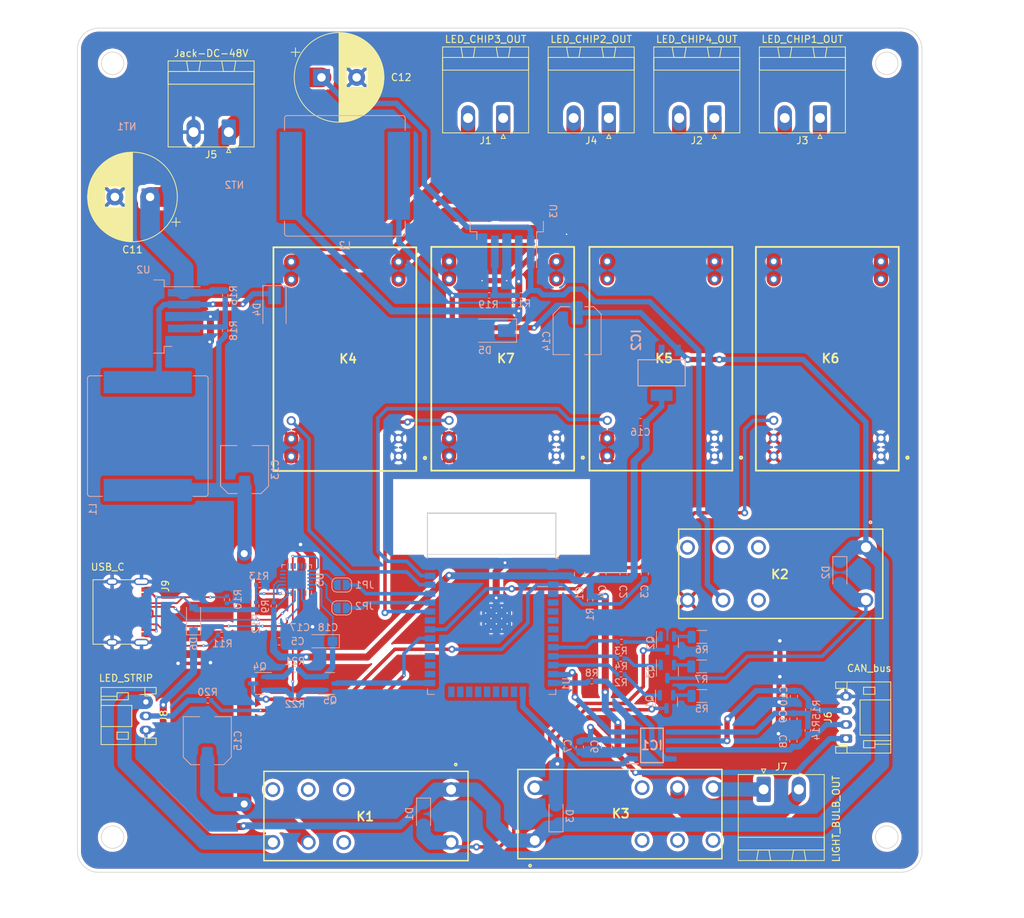
<source format=kicad_pcb>
(kicad_pcb (version 20211014) (generator pcbnew)
  (layers (0 "F.Cu" signal) (31 "B.Cu" power) (34 "B.Paste" user) (35 "F.Paste" user) (36 "B.SilkS" user "B.Silkscreen") (37 "F.SilkS" user "F.Silkscreen") (38 "B.Mask" user) (39 "F.Mask" user) (44 "Edge.Cuts" user))
  (net 0 "")
  (net 1 "+3.3V")
  (net 2 "GND")
  (net 3 "RST")
  (net 4 "CAN_HIGH")
  (net 5 "CAN_SPLIT")
  (net 6 "CAN_LOW")
  (net 7 "REL2_IN")
  (net 8 "GND1")
  (net 9 "GND2")
  (net 10 "REL1_IN")
  (net 11 "REL1_+")
  (net 12 "DTR")
  (net 13 "REL1_-")
  (net 14 "REL2_-")
  (net 15 "REL3_-")
  (net 16 "Net-(D4-Pad1)")
  (net 17 "Net-(D5-Pad1)")
  (net 18 "V_USB")
  (net 19 "CAN_TX")
  (net 20 "CAN_RX")
  (net 21 "CAN_STANDBY")
  (net 23 "Net-(J1-Pad1)")
  (net 24 "Net-(J1-Pad2)")
  (net 25 "Net-(J2-Pad1)")
  (net 26 "Net-(J2-Pad2)")
  (net 27 "Net-(J3-Pad1)")
  (net 28 "Net-(J3-Pad2)")
  (net 29 "Net-(J4-Pad1)")
  (net 30 "Net-(J4-Pad2)")
  (net 31 "REL3_IN")
  (net 32 "REL3_OUT")
  (net 33 "REL1_OUT")
  (net 34 "Net-(J8-Pad2)")
  (net 35 "Net-(J9-PadA5)")
  (net 36 "DP")
  (net 37 "DN")
  (net 39 "Net-(J9-PadB5)")
  (net 41 "Net-(JP1-Pad1)")
  (net 42 "TXD")
  (net 43 "Net-(JP2-Pad1)")
  (net 44 "RXD")
  (net 52 "REL2_OUT")
  (net 58 "LED_CHIP3_PWM")
  (net 59 "LED_CHIP4_PWM")
  (net 60 "LED_CHIP1_PWM")
  (net 61 "LED_CHIP2_PWM")
  (net 62 "Net-(Q1-Pad1)")
  (net 63 "Net-(Q1-Pad2)")
  (net 64 "Net-(Q2-Pad1)")
  (net 65 "Net-(Q2-Pad2)")
  (net 66 "Net-(Q3-Pad1)")
  (net 67 "Net-(Q3-Pad2)")
  (net 68 "Net-(Q4-Pad1)")
  (net 69 "RTS")
  (net 70 "Net-(Q5-Pad1)")
  (net 71 "BOOT")
  (net 72 "ESP_REL_CONTROL_3")
  (net 73 "ESP_REL_CONTROL_1")
  (net 74 "ESP_REL_CONTROL_2")
  (net 75 "Net-(R8-Pad2)")
  (net 76 "Net-(R9-Pad2)")
  (net 77 "Net-(R12-Pad2)")
  (net 78 "Net-(R16-Pad1)")
  (net 79 "Net-(R17-Pad1)")
  (net 80 "LED_STRIP_CONT")
  (footprint "Connector_Phoenix_MSTB:PhoenixContact_MSTBA_2,5_2-G_1x02_P5.00mm_Horizontal" (layer "F.Cu") (at 92.5 44.7775 180)
    (fp_text reference "J5")
    (fp_text value "Jack-DC-48V")
  )
  (footprint "SamacSys_Parts:RZ03_1-FORM-C_" (layer "F.Cu") (at 126.5 142 180)
    (fp_text reference "K1")
    (fp_text value "RZ03-1C4-D005" hide)
  )
  (footprint "Connector_JST:JST_PH_S4B-PH-K_1x04_P2.00mm_Horizontal" (layer "F.Cu") (at 180.198435 131 90)
    (fp_text reference "J6")
    (fp_text value "CAN_bus")
  )
  (footprint "SamacSys_Parts:RZ03_1-FORM-C_" (layer "F.Cu") (at 185.425 107.5675 180)
    (fp_text reference "K2")
    (fp_text value "RZ03-1C4-D005" hide)
  )
  (footprint "SamacSys_Parts:LDD-700H" (layer "F.Cu") (at 153.9 77 180)
    (fp_text reference "K5")
    (fp_text value "LDD-700H" hide)
  )
  (footprint "Capacitor_THT:CP_Radial_D12.5mm_P5.00mm" (layer "F.Cu") (at 105.676041 37)
    (fp_text reference "C12")
    (fp_text value "470u 36+V lowESR")
  )
  (footprint "Connector_Phoenix_MSTB:PhoenixContact_MSTBA_2,5_2-G_1x02_P5.00mm_Horizontal" (layer "F.Cu") (at 131.5 42.7775 180)
    (fp_text reference "J1")
    (fp_text value "LED_CHIP3_OUT")
  )
  (footprint "Connector_Phoenix_MSTB:PhoenixContact_MSTBA_2,5_2-G_1x02_P5.00mm_Horizontal" (layer "F.Cu") (at 168.5 138.2225)
    (fp_text reference "J7")
    (fp_text value "LIGHT_BULB_OUT")
  )
  (footprint "SamacSys_Parts:LDD-700H" (layer "F.Cu") (at 131.425 77 180)
    (fp_text reference "K7")
    (fp_text value "LDD-700H" hide)
  )
  (footprint "SamacSys_Parts:LDD-700H" (layer "F.Cu") (at 109 77.05 180)
    (fp_text reference "K4")
    (fp_text value "LDD-700H" hide)
  )
  (footprint "Connector_Phoenix_MSTB:PhoenixContact_MSTBA_2,5_2-G_1x02_P5.00mm_Horizontal" (layer "F.Cu") (at 146.5 42.7775 180)
    (fp_text reference "J4")
    (fp_text value "LED_CHIP2_OUT")
  )
  (footprint "Capacitor_THT:CP_Radial_D12.5mm_P5.00mm" (layer "F.Cu") (at 81.323959 54 180)
    (fp_text reference "C11")
    (fp_text value "470u 36+V lowESR")
  )
  (footprint "Connector_Phoenix_MSTB:PhoenixContact_MSTBA_2,5_2-G_1x02_P5.00mm_Horizontal" (layer "F.Cu") (at 161.5 42.7775 180)
    (fp_text reference "J2")
    (fp_text value "LED_CHIP4_OUT")
  )
  (footprint "SamacSys_Parts:LDD-700H" (layer "F.Cu") (at 177.55 77 180)
    (fp_text reference "K6")
    (fp_text value "LDD-700H" hide)
  )
  (footprint "Connector_Phoenix_MSTB:PhoenixContact_MSTBA_2,5_2-G_1x02_P5.00mm_Horizontal" (layer "F.Cu") (at 176.5 42.7775 180)
    (fp_text reference "J3")
    (fp_text value "LED_CHIP1_OUT")
  )
  (footprint "Connector_JST:JST_PH_S3B-PH-K_1x03_P2.00mm_Horizontal" (layer "F.Cu") (at 80.726565 125.785 -90)
    (fp_text reference "J8")
    (fp_text value "LED_STRIP")
  )
  (footprint "Connector_USB:USB_C_Receptacle_XKB_U262-16XN-4BVC11" (layer "F.Cu") (at 77 113 -90)
    (fp_text reference "J9")
    (fp_text value "USB_C")
  )
  (footprint "SamacSys_Parts:RZ03_1-FORM-C_" (layer "F.Cu") (at 133.575 141.7325)
    (fp_text reference "K3")
    (fp_text value "RZ03-1C4-D005" hide)
  )
  (footprint "Resistor_SMD:R_0402_1005Metric" (layer "B.Cu") (at 89.501565 125.56 180)
    (fp_text reference "R20")
    (fp_text value "330R")
  )
  (footprint "Jumper:SolderJumper-2_P1.3mm_Open_RoundedPad1.0x1.5mm" (layer "B.Cu") (at 108.551565 109.16 180)
    (fp_text reference "JP1")
    (fp_text value "Jumper_open")
  )
  (footprint "Resistor_SMD:R_1206_3216Metric" (layer "B.Cu") (at 159.723435 124.94)
    (fp_text reference "R5")
    (fp_text value "9.1R")
  )
  (footprint "Capacitor_SMD:C_Elec_6.3x5.8" (layer "B.Cu") (at 142 73 -90)
    (fp_text reference "C14")
    (fp_text value "100u")
  )
  (footprint "Diode_SMD:D_SOD-123" (layer "B.Cu") (at 139 142 90)
    (fp_text reference "D3")
    (fp_text value "1N4148W")
  )
  (footprint "NetTie:NetTie-2_SMD_Pad2.0mm" (layer "B.Cu") (at 78 42)
    (fp_text reference "NT1")
    (fp_text value "NetTie_2")
  )
  (footprint "Package_TO_SOT_SMD:SOT-23" (layer "B.Cu") (at 96.901565 123.16 180)
    (fp_text reference "Q4")
    (fp_text value "BC847")
  )
  (footprint "SamacSys_Parts:SOIC127P600X175-8N" (layer "B.Cu") (at 152.623435 131.965)
    (fp_text reference "IC1")
    (fp_text value "TJA1040T_CM,118" hide)
  )
  (footprint "Diode_SMD:D_SOD-123" (layer "B.Cu") (at 179.325 107.375 -90)
    (fp_text reference "D2")
    (fp_text value "1N4148W")
  )
  (footprint "Resistor_SMD:R_0402_1005Metric" (layer "B.Cu") (at 148.298435 117.265)
    (fp_text reference "R3")
    (fp_text value "4k7")
  )
  (footprint "Resistor_SMD:R_0402_1005Metric" (layer "B.Cu") (at 101.891565 121.16 180)
    (fp_text reference "R21")
    (fp_text value "10k")
  )
  (footprint "Diode_SMD:D_SOD-123" (layer "B.Cu") (at 120.175 141.7 -90)
    (fp_text reference "D1")
    (fp_text value "1N4148W")
  )
  (footprint "Capacitor_SMD:C_Elec_6.3x5.8" (layer "B.Cu") (at 89.451565 131.2975 90)
    (fp_text reference "C15")
    (fp_text value "100u")
  )
  (footprint "Resistor_SMD:R_0402_1005Metric" (layer "B.Cu") (at 174.773435 129.825 90)
    (fp_text reference "R14")
    (fp_text value "60R")
  )
  (footprint "Package_TO_SOT_SMD:SOT-23" (layer "B.Cu") (at 154.698435 125.765 -90)
    (fp_text reference "Q1")
    (fp_text value "BC847")
  )
  (footprint "Diode_SMD:D_SMA" (layer "B.Cu") (at 130 73 180)
    (fp_text reference "D5")
    (fp_text value "1N5824")
  )
  (footprint "Resistor_SMD:R_0402_1005Metric" (layer "B.Cu") (at 143.848435 111.34 -90)
    (fp_text reference "R1")
    (fp_text value "10k")
  )
  (footprint "Resistor_SMD:R_0402_1005Metric" (layer "B.Cu") (at 144.088435 122.84 180)
    (fp_text reference "R8")
    (fp_text value "330R")
  )
  (footprint "Resistor_SMD:R_0402_1005Metric" (layer "B.Cu") (at 174.848435 126.9 90)
    (fp_text reference "R15")
    (fp_text value "60R")
  )
  (footprint "Inductor_SMD:L_Bourns_SRP1770TA_16.9x16.9mm" (layer "B.Cu") (at 109 51)
    (fp_text reference "L2")
    (fp_text value "100uH")
  )
  (footprint "Capacitor_SMD:C_0603_1608Metric" (layer "B.Cu") (at 99.651565 117.17 180)
    (fp_text reference "C5")
    (fp_text value "0u1")
  )
  (footprint "Capacitor_SMD:C_0603_1608Metric" (layer "B.Cu") (at 172.798435 124.975 90)
    (fp_text reference "C10")
    (fp_text value "100p")
  )
  (footprint "Resistor_SMD:R_0402_1005Metric" (layer "B.Cu") (at 98.9 112.15 90)
    (fp_text reference "R9")
    (fp_text value "1k")
  )
  (footprint "Capacitor_SMD:C_0603_1608Metric" (layer "B.Cu") (at 172.723435 128.175 90)
    (fp_text reference "C9")
    (fp_text value "47n")
  )
  (footprint "Capacitor_SMD:C_0603_1608Metric" (layer "B.Cu") (at 151.598435 107.59 90)
    (fp_text reference "C3")
    (fp_text value "0.1u")
  )
  (footprint "Resistor_SMD:R_0402_1005Metric" (layer "B.Cu") (at 92 68 90)
    (fp_text reference "R16")
    (fp_text value "1k")
  )
  (footprint "Resistor_SMD:R_0402_1005Metric" (layer "B.Cu") (at 92.25 111.25 -90)
    (fp_text reference "R10")
    (fp_text value "5k1")
  )
  (footprint "Package_TO_SOT_SMD:SOT-23" (layer "B.Cu") (at 106.901565 123.16)
    (fp_text reference "Q5")
    (fp_text value "BC847")
  )
  (footprint "Resistor_SMD:R_1206_3216Metric" (layer "B.Cu") (at 159.673435 120.74)
    (fp_text reference "R7")
    (fp_text value "9.1R" hide)
  )
  (footprint "Capacitor_SMD:C_0603_1608Metric" (layer "B.Cu") (at 151 86)
    (fp_text reference "C16")
    (fp_text value "0.1u")
  )
  (footprint "Package_TO_SOT_SMD:SOT-23" (layer "B.Cu") (at 154.823435 121.465 -90)
    (fp_text reference "Q3")
    (fp_text value "BC847")
  )
  (footprint "Resistor_SMD:R_0402_1005Metric" (layer "B.Cu") (at 101.901565 124.91)
    (fp_text reference "R22")
    (fp_text value "10k")
  )
  (footprint "Package_TO_SOT_SMD:TO-263-5_TabPin3" (layer "B.Cu") (at 80.375 71 180)
    (fp_text reference "U2")
    (fp_text value "LM2596S-12/ADJ")
  )
  (footprint "NetTie:NetTie-2_SMD_Pad2.0mm" (layer "B.Cu") (at 93 50 180)
    (fp_text reference "NT2")
    (fp_text value "NetTie_2")
  )
  (footprint "Capacitor_SMD:C_0603_1608Metric" (layer "B.Cu") (at 148.598435 107.59 -90)
    (fp_text reference "C2")
    (fp_text value "0.1u")
  )
  (footprint "Capacitor_SMD:C_0805_2012Metric" (layer "B.Cu") (at 142.348435 107.59 90)
    (fp_text reference "C1")
    (fp_text value "10u")
  )
  (footprint "Capacitor_SMD:C_0805_2012Metric" (layer "B.Cu") (at 146.173435 132.115 -90)
    (fp_text reference "C6")
    (fp_text value "10u")
  )
  (footprint "Diode_SMD:D_SOD-123" (layer "B.Cu") (at 87.5 114 90)
    (fp_text reference "D6")
    (fp_text value "D")
  )
  (footprint "Resistor_SMD:R_0402_1005Metric" (layer "B.Cu") (at 148.223435 121.865)
    (fp_text reference "R2")
    (fp_text value "4k7")
  )
  (footprint "Capacitor_SMD:C_0603_1608Metric" (layer "B.Cu") (at 145.598435 107.59 90)
    (fp_text reference "C4")
    (fp_text value "0.1u")
  )
  (footprint "Jumper:SolderJumper-2_P1.3mm_Open_RoundedPad1.0x1.5mm" (layer "B.Cu") (at 108.551565 112.42 180)
    (fp_text reference "JP2")
    (fp_text value "Jumper_open")
  )
  (footprint "Inductor_SMD:L_Bourns_SRP1770TA_16.9x16.9mm" (layer "B.Cu") (at 81 88 -90)
    (fp_text reference "L1")
    (fp_text value "100uH")
  )
  (footprint "Diode_SMD:D_SMA" (layer "B.Cu") (at 99 70 -90)
    (fp_text reference "D4")
    (fp_text value "1N5824")
  )
  (footprint "Resistor_SMD:R_0402_1005Metric" (layer "B.Cu") (at 96.9 109.15)
    (fp_text reference "R13")
    (fp_text value "20k")
  )
  (footprint "Package_TO_SOT_SMD:SOT-23" (layer "B.Cu") (at 154.823435 117.415 -90)
    (fp_text reference "Q2")
    (fp_text value "BC847")
  )
  (footprint "Capacitor_Tantalum_SMD:CP_EIA-3216-18_Kemet-A" (layer "B.Cu") (at 105.901565 117.16 180)
    (fp_text reference "C18")
    (fp_text value "22u")
  )
  (footprint "Resistor_SMD:R_0402_1005Metric" (layer "B.Cu") (at 96.4 112.15 90)
    (fp_text reference "R12")
    (fp_text value "40k")
  )
  (footprint "Capacitor_SMD:C_Elec_6.3x5.8" (layer "B.Cu") (at 94.75 92.75 90)
    (fp_text reference "C13")
    (fp_text value "100u")
  )
  (footprint "Package_TO_SOT_SMD:TO-263-5_TabPin3" (layer "B.Cu") (at 132 56 90)
    (fp_text reference "U3")
    (fp_text value "LM2596S-5/ADJ")
  )
  (footprint "Capacitor_SMD:C_0603_1608Metric" (layer "B.Cu") (at 99.676565 115.16 180)
    (fp_text reference "C17")
    (fp_text value "4u7")
  )
  (footprint "Resistor_SMD:R_0402_1005Metric" (layer "B.Cu") (at 92 73 90)
    (fp_text reference "R18")
    (fp_text value "8.25k")
  )
  (footprint "Capacitor_SMD:C_0603_1608Metric" (layer "B.Cu") (at 172.723435 131.375 -90)
    (fp_text reference "C8")
    (fp_text value "100p")
  )
  (footprint "Package_DFN_QFN:QFN-24-1EP_4x4mm_P0.5mm_EP2.6x2.6mm" (layer "B.Cu") (at 102.15 108.4 90)
    (fp_text reference "U5")
    (fp_text value "CP2102N")
  )
  (footprint "Resistor_SMD:R_0402_1005Metric" (layer "B.Cu") (at 134 68)
    (fp_text reference "R17")
    (fp_text value "1k")
  )
  (footprint "Resistor_SMD:R_0402_1005Metric" (layer "B.Cu") (at 91.5 116.25 180)
    (fp_text reference "R11")
    (fp_text value "5k1")
  )
  (footprint "SamacSys_Parts:SOT230P696X180-4N" (layer "B.Cu") (at 154 79 -90)
    (fp_text reference "IC2")
    (fp_text value "LM1117IMP-3.3" hide)
  )
  (footprint "Capacitor_SMD:C_0603_1608Metric" (layer "B.Cu") (at 142.373435 132.19 90)
    (fp_text reference "C7")
    (fp_text value "0.1u")
  )
  (footprint "Resistor_SMD:R_0402_1005Metric" (layer "B.Cu") (at 148.208435 119.615)
    (fp_text reference "R4")
    (fp_text value "4k7")
  )
  (footprint "Resistor_SMD:R_1206_3216Metric" (layer "B.Cu") (at 159.723435 116.54)
    (fp_text reference "R6")
    (fp_text value "9.1R" hide)
  )
  (footprint "Resistor_SMD:R_0402_1005Metric" (layer "B.Cu") (at 129.5 68)
    (fp_text reference "R19")
    (fp_text value "3.01k")
  )
  (footprint "RF_Module:ESP32-WROOM-32" (layer "B.Cu") (at 129.848435 114.835 180)
    (fp_text reference "U1")
    (fp_text value "ESP32-WROOM-32D")
  )
  (gr_line (start 74 30) (end 188 30) (layer "Edge.Cuts") (width 0.1))
  (gr_circle (center 76 145) (end 76 143.4) (layer "Edge.Cuts") (width 0.1) (fill none))
  (gr_circle (center 186 145) (end 186 143.4) (layer "Edge.Cuts") (width 0.1) (fill none))
  (gr_arc (start 74 150) (mid 71.87868 149.12132) (end 71 147) (layer "Edge.Cuts") (width 0.1))
  (gr_circle (center 186 35) (end 187.6 35) (layer "Edge.Cuts") (width 0.1) (fill none))
  (gr_circle (center 76 35) (end 76 33.4) (layer "Edge.Cuts") (width 0.1) (fill none))
  (gr_arc (start 188 30) (mid 190.12132 30.87868) (end 191 33) (layer "Edge.Cuts") (width 0.1))
  (gr_line (start 139 104.8) (end 120.7 104.8) (layer "Edge.Cuts") (width 0.1))
  (gr_arc (start 71 33) (mid 71.87868 30.87868) (end 74 30) (layer "Edge.Cuts") (width 0.1))
  (gr_line (start 139 98.9) (end 139 104.8) (layer "Edge.Cuts") (width 0.1))
  (gr_line (start 191 33) (end 191 147) (layer "Edge.Cuts") (width 0.1))
  (gr_arc (start 191 147) (mid 190.12132 149.12132) (end 188 150) (layer "Edge.Cuts") (width 0.1))
  (gr_line (start 120.7 98.9) (end 139 98.9) (layer "Edge.Cuts") (width 0.1))
  (gr_line (start 120.7 104.8) (end 120.7 98.9) (layer "Edge.Cuts") (width 0.1))
  (gr_line (start 71 147) (end 71 33) (layer "Edge.Cuts") (width 0.1))
  (gr_line (start 188 150) (end 74 150) (layer "Edge.Cuts") (width 0.1))
  (segment (start 123.8 107.8) (end 112.2 119.4) (width 1) (layer "F.Cu") (net 1))
  (segment (start 112.2 119.4) (end 103.5 119.4) (width 1) (layer "F.Cu") (net 1))
  (segment (start 147.75 133.25) (end 143.9 129.4) (width 0.76) (layer "F.Cu") (net 1))
  (segment (start 147.8 128.7) (end 147.8 133.2) (width 1) (layer "F.Cu") (net 1))
  (segment (start 146 110.8) (end 146 124.4) (width 1) (layer "F.Cu") (net 1))
  (segment (start 147.8 133.2) (end 147.75 133.25) (width 1) (layer "F.Cu") (net 1))
  (segment (start 150.3 135.8) (end 147.75 133.25) (width 0.76) (layer "F.Cu") (net 1))
  (via (at 103.5 119.4) (size 1) (drill 0.5) (layers "F.Cu" "B.Cu") (net 1))
  (via (at 146 124.4) (size 1) (drill 0.5) (layers "F.Cu" "B.Cu") (net 1))
  (via (at 146 110.8) (size 1) (drill 0.5) (layers "F.Cu" "B.Cu") (net 1))
  (via (at 123.8 107.8) (size 1) (drill 0.5) (layers "F.Cu" "B.Cu") (net 1))
  (via (at 150.3 135.8) (size 1) (drill 0.5) (layers "F.Cu" "B.Cu") (net 1))
  (via (at 143.9 129.4) (size 1) (drill 0.5) (layers "F.Cu" "B.Cu") (net 1))
  (via (at 147.8 128.7) (size 1) (drill 0.5) (layers "F.Cu" "B.Cu") (net 1))
  (segment (start 143.9 108.7) (end 143.74 108.54) (width 1) (layer "B.Cu") (net 1))
  (segment (start 143.848435 108.751565) (end 143.9 108.7) (width 1) (layer "B.Cu") (net 1))
  (segment (start 175 133.9) (end 174.1 134.8) (width 0.76) (layer "B.Cu") (net 1))
  (segment (start 148.598435 108.365) (end 149.535 108.365) (width 1) (layer "B.Cu") (net 1))
  (segment (start 101.4 110.3375) (end 100.9 110.3375) (width 0.25) (layer "B.Cu") (net 1))
  (segment (start 173.2 135.8) (end 150.3 135.8) (width 0.76) (layer "B.Cu") (net 1))
  (segment (start 150.1 91.6) (end 151.775 89.925) (width 1) (layer "B.Cu") (net 1))
  (segment (start 145.598435 108.365) (end 148.598435 108.365) (width 1) (layer "B.Cu") (net 1))
  (segment (start 174.1 134.9) (end 173.8 135.2) (width 0.76) (layer "B.Cu") (net 1))
  (segment (start 146.338435 131.33) (end 146.173435 131.165) (width 0.76) (layer "B.Cu") (net 1))
  (segment (start 143.9 131) (end 143.735 131.165) (width 0.76) (layer "B.Cu") (net 1))
  (segment (start 144.235 108.365) (end 143.848435 108.751565) (width 1) (layer "B.Cu") (net 1))
  (segment (start 145.598435 108.365) (end 144.235 108.365) (width 1) (layer "B.Cu") (net 1))
  (segment (start 154 82.2004) (end 154 83.775) (width 0.76) (layer "B.Cu") (net 1))
  (segment (start 143.848435 110.83) (end 145.97 110.83) (width 1) (layer "B.Cu") (net 1))
  (segment (start 100.2125 109.65) (end 100.9 110.3375) (width 0.25) (layer "B.Cu") (net 1))
  (segment (start 98.876565 118.476565) (end 98.876565 117.17) (width 1) (layer "B.Cu") (net 1))
  (segment (start 173.8 135.2) (end 173.2 135.8) (width 0.76) (layer "B.Cu") (net 1))
  (segment (start 177.9 131) (end 175 133.9) (width 0.76) (layer "B.Cu") (net 1))
  (segment (start 142.623435 131.165) (end 142.373435 131.415) (width 0.76) (layer "B.Cu") (net 1))
  (segment (start 143.735 131.165) (end 142.623435 131.165) (width 0.76) (layer "B.Cu") (net 1))
  (segment (start 138.598435 107.855) (end 123.855 107.855) (width 1) (layer "B.Cu") (net 1))
  (segment (start 141.055 107.855) (end 141.74 108.54) (width 1) (layer "B.Cu") (net 1))
  (segment (start 98.876565 117.17) (end 98.876565 115.185) (width 0.76) (layer "B.Cu") (net 1))
  (segment (start 143.9 129.4) (end 143.9 131) (width 0.76) (layer "B.Cu") (net 1))
  (segment (start 174.1 134.8) (end 174.1 134.9) (width 0.76) (layer "B.Cu") (net 1))
  (segment (start 146.173435 131.165) (end 143.735 131.165) (width 0.76) (layer "B.Cu") (net 1))
  (segment (start 98.876565 115.185) (end 98.901565 115.16) (width 0.76) (layer "B.Cu") (net 1))
  (segment (start 141.74 108.54) (end 142.348435 108.54) (width 1) (layer "B.Cu") (net 1))
  (segment (start 100.9 110.66) (end 98.9 112.66) (width 0.25) (layer "B.Cu") (net 1))
  (segment (start 180.198435 131) (end 177.9 131) (width 0.76) (layer "B.Cu") (net 1))
  (segment (start 143.848435 110.83) (end 143.848435 108.751565) (width 1) (layer "B.Cu") (net 1))
  (segment (start 98.9 115.158435) (end 98.901565 115.16) (width 0.76) (layer "B.Cu") (net 1))
  (segment (start 143.74 108.54) (end 142.348435 108.54) (width 1) (layer "B.Cu") (net 1))
  (segment (start 149.535 108.365) (end 150.1 107.8) (width 1) (layer "B.Cu") (net 1))
  (segment (start 99.8 119.4) (end 98.876565 118.476565) (width 1) (layer "B.Cu") (net 1))
  (segment (start 146 126.9) (end 147.8 128.7) (width 1) (layer "B.Cu") (net 1))
  (segment (start 145.97 110.83) (end 146 110.8) (width 1) (layer "B.Cu") (net 1))
  (segment (start 123.855 107.855) (end 123.8 107.8) (width 1) (layer "B.Cu") (net 1))
  (segment (start 138.598435 107.855) (end 141.055 107.855) (width 1) (layer "B.Cu") (net 1))
  (segment (start 151.775 89.925) (end 151.775 86) (width 1) (layer "B.Cu") (net 1))
  (segment (start 100.9 110.3375) (end 100.9 110.66) (width 0.25) (layer "B.Cu") (net 1))
  (segment (start 98.9 112.66) (end 98.9 115.158435) (width 0.76) (layer "B.Cu") (net 1))
  (segment (start 149.898435 131.33) (end 146.338435 131.33) (width 0.76) (layer "B.Cu") (net 1))
  (segment (start 146 124.4) (end 146 126.9) (width 1) (layer "B.Cu") (net 1))
  (segment (start 150.1 107.8) (end 150.1 91.6) (width 1) (layer "B.Cu") (net 1))
  (segment (start 103.5 119.4) (end 99.8 119.4) (width 1) (layer "B.Cu") (net 1))
  (segment (start 154 83.775) (end 151.775 86) (width 0.76) (layer "B.Cu") (net 1))
  (segment (start 81.9 109.4) (end 81.9 109) (width 0.5) (layer "F.Cu") (net 2))
  (segment (start 80.67 116.35) (end 81.35 116.35) (width 0.5) (layer "F.Cu") (net 2))
  (segment (start 81.38 117.32) (end 80.105 117.32) (width 0.5) (layer "F.Cu") (net 2))
  (segment (start 81.7 117) (end 81.38 117.32) (width 0.5) (layer "F.Cu") (net 2))
  (segment (start 170.6 125.9) (end 170.7 125.8) (width 0.76) (layer "F.Cu") (net 2))
  (segment (start 89.8 120.3) (end 89.9 120.2) (width 0.5) (layer "F.Cu") (net 2))
  (segment (start 170.7 122.3) (end 170.8 122.2) (width 0.76) (layer "F.Cu") (net 2))
  (segment (start 131.75 106) (end 130.5 107.25) (width 1) (layer "F.Cu") (net 2))
  (segment (start 80.67 109.65) (end 81.65 109.65) (width 0.5) (layer "F.Cu") (net 2))
  (segment (start 81.7 116.7) (end 81.7 117) (width 0.5) (layer "F.Cu") (net 2))
  (segment (start 81.65 109.65) (end 81.9 109.4) (width 0.5) (layer "F.Cu") (net 2))
  (segment (start 104.4 105.1) (end 102.7 103.4) (width 1) (layer "F.Cu") (net 2))
  (segment (start 81.9 109) (end 81.58 108.68) (width 0.5) (layer "F.Cu") (net 2))
  (segment (start 81.58 108.68) (end 80.105 108.68) (width 0.5) (layer "F.Cu") (net 2))
  (segment (start 130.5 107.25) (end 130.5 111) (width 1) (layer "F.Cu") (net 2))
  (segment (start 170.8 122.2) (end 170.8 117.1) (width 0.76) (layer "F.Cu") (net 2))
  (segment (start 81.35 116.35) (end 81.7 116.7) (width 0.5) (layer "F.Cu") (net 2))
  (segment (start 170.7 125.8) (end 170.7 122.3) (width 0.76) (layer "F.Cu") (net 2))
  (segment (start 104.4 115.1) (end 104.4 105.1) (width 1) (layer "F.Cu") (net 2))
  (segment (start 170.6 130.3) (end 170.6 125.9) (width 0.76) (layer "F.Cu") (net 2))
  (segment (start 85.3 120.3) (end 89.8 120.3) (width 0.5) (layer "F.Cu") (net 2))
  (via (at 85.3 120.3) (size 1) (drill 0.5) (layers "F.Cu" "B.Cu") (net 2))
  (via (at 102.7 103.4) (size 1) (drill 0.5) (layers "F.Cu" "B.Cu") (net 2))
  (via (at 104.4 115.1) (size 1) (drill 0.5) (layers "F.Cu" "B.Cu") (net 2))
  (via (at 170.6 130.3) (size 1) (drill 0.5) (layers "F.Cu" "B.Cu") (net 2))
  (via (at 170.8 122.2) (size 1) (drill 0.5) (layers "F.Cu" "B.Cu") (net 2))
  (via (at 170.8 117.1) (size 1) (drill 0.5) (layers "F.Cu" "B.Cu") (net 2))
  (via (at 131.75 106) (size 0.8) (drill 0.4) (layers "F.Cu" "B.Cu") (net 2))
  (via (at 130.5 111) (size 0.8) (drill 0.4) (layers "F.Cu" "B.Cu") (net 2))
  (via (at 89.9 120.2) (size 1) (drill 0.5) (layers "F.Cu" "B.Cu") (net 2))
  (via (at 170.7 125.8) (size 1) (drill 0.5) (layers "F.Cu" "B.Cu") (net 2))
  (segment (start 170.7 125.8) (end 172.748435 125.8) (width 0.76) (layer "B.Cu") (net 2))
  (segment (start 170.8 122.2) (end 172 122.2) (width 0.76) (layer "B.Cu") (net 2))
  (segment (start 103.4 111.7) (end 103.5 111.8) (width 0.3) (layer "B.Cu") (net 2))
  (segment (start 80.105 117.32) (end 82.32 117.32) (width 0.5) (layer "B.Cu") (net 2))
  (segment (start 102.9 110.3375) (end 102.9 109.15) (width 0.3) (layer "B.Cu") (net 2))
  (segment (start 138.598435 106.585) (end 138.085 106.585) (width 1) (layer "B.Cu") (net 2))
  (segment (start 172.723435 130.6) (end 170.9 130.6) (width 0.76) (layer "B.Cu") (net 2))
  (segment (start 103.5 111.8) (end 103.5 112.1) (width 0.3) (layer "B.Cu") (net 2))
  (segment (start 82.32 117.32) (end 85.3 120.3) (width 0.5) (layer "B.Cu") (net 2))
  (segment (start 137.5 106) (end 131.75 106) (width 1) (layer "B.Cu") (net 2))
  (segment (start 104.551565 115.251565) (end 104.4 115.1) (width 1) (layer "B.Cu") (net 2))
  (segment (start 104.551565 117.16) (end 104.551565 115.251565) (width 1) (layer "B.Cu") (net 2))
  (segment (start 170.9 130.6) (end 170.6 130.3) (width 0.76) (layer "B.Cu") (net 2))
  (segment (start 102.9 110.3375) (end 102.9 111.2) (width 0.3) (layer "B.Cu") (net 2))
  (segment (start 138.085 106.585) (end 137.5 106) (width 1) (layer "B.Cu") (net 2))
  (segment (start 102.9 109.15) (end 102.15 108.4) (width 0.3) (layer "B.Cu") (net 2))
  (segment (start 172.748435 125.8) (end 172.798435 125.75) (width 0.76) (layer "B.Cu") (net 2))
  (segment (start 102.9 111.2) (end 103.4 111.7) (width 0.3) (layer "B.Cu") (net 2))
  (segment (start 124.2 118.3) (end 116.1 118.3) (width 0.5) (layer "F.Cu") (net 3))
  (segment (start 109 125.4) (end 98.2 125.4) (width 0.5) (layer "F.Cu") (net 3))
  (segment (start 116.1 118.3) (end 113 121.4) (width 0.5) (layer "F.Cu") (net 3))
  (segment (start 98.2 125.4) (end 97.8 125.4) (width 0.5) (layer "F.Cu") (net 3))
  (segment (start 109.5 124.9) (end 109 125.4) (width 0.5) (layer "F.Cu") (net 3))
  (segment (start 113 121.4) (end 109.5 124.9) (width 0.5) (layer "F.Cu") (net 3))
  (via (at 97.8 125.4) (size 1) (drill 0.5) (layers "F.Cu" "B.Cu") (net 3))
  (via (at 124.2 118.3) (size 1) (drill 0.5) (layers "F.Cu" "B.Cu") (net 3))
  (segment (start 95.9 124.5) (end 95.9 123.224065) (width 0.5) (layer "B.Cu") (net 3))
  (segment (start 143.798435 111.9) (end 143.848435 111.85) (width 0.5) (layer "B.Cu") (net 3))
  (segment (start 142.8 111.9) (end 143.798435 111.9) (width 0.5) (layer "B.Cu") (net 3))
  (segment (start 131.253435 118.3) (end 124.2 118.3) (width 0.5) (layer "B.Cu") (net 3))
  (segment (start 96.8 125.4) (end 95.9 124.5) (width 0.5) (layer "B.Cu") (net 3))
  (segment (start 138.598435 109.125) (end 136.275 109.125) (width 0.5) (layer "B.Cu") (net 3))
  (segment (start 135 110.4) (end 135 114.553435) (width 0.5) (layer "B.Cu") (net 3))
  (segment (start 143.848435 111.85) (end 148.113435 111.85) (width 0.5) (layer "B.Cu") (net 3))
  (segment (start 136.275 109.125) (end 135 110.4) (width 0.5) (layer "B.Cu") (net 3))
  (segment (start 135 114.553435) (end 131.253435 118.3) (width 0.5) (layer "B.Cu") (net 3))
  (segment (start 95.9 123.224065) (end 95.964065 123.16) (width 0.5) (layer "B.Cu") (net 3))
  (segment (start 97.8 125.4) (end 96.8 125.4) (width 0.5) (layer "B.Cu") (net 3))
  (segment (start 140.025 109.125) (end 142.8 111.9) (width 0.5) (layer "B.Cu") (net 3))
  (segment (start 138.598435 109.125) (end 140.025 109.125) (width 0.5) (layer "B.Cu") (net 3))
  (segment (start 148.113435 111.85) (end 151.598435 108.365) (width 0.5) (layer "B.Cu") (net 3))
  (segment (start 155.348435 132.6) (end 172.273435 132.6) (width 0.76) (layer "B.Cu") (net 4))
  (segment (start 174.773435 130.926565) (end 173.55 132.15) (width 0.76) (layer "B.Cu") (net 4))
  (segment (start 173.55 132.15) (end 172.723435 132.15) (width 0.76) (layer "B.Cu") (net 4))
  (segment (start 174.773435 130.335) (end 174.773435 130.926565) (width 0.76) (layer "B.Cu") (net 4))
  (segment (start 172.273435 132.6) (end 172.723435 132.15) (width 0.76) (layer "B.Cu") (net 4))
  (segment (start 180.198435 129) (end 177.4 129) (width 0.76) (layer "B.Cu") (net 4))
  (segment (start 176.065 130.335) (end 174.773435 130.335) (width 0.76) (layer "B.Cu") (net 4))
  (segment (start 177.4 129) (end 176.065 130.335) (width 0.76) (layer "B.Cu") (net 4))
  (segment (start 155.348435 130.06) (end 167.44 130.06) (width 0.76) (layer "B.Cu") (net 5))
  (segment (start 174.773435 129.315) (end 174.773435 127.485) (width 0.76) (layer "B.Cu") (net 5))
  (segment (start 174.838435 127.4) (end 174.848435 127.41) (width 0.76) (layer "B.Cu") (net 5))
  (segment (start 174.773435 127.485) (end 174.848435 127.41) (width 0.76) (layer "B.Cu") (net 5))
  (segment (start 170.1 127.4) (end 172.723435 127.4) (width 0.76) (layer "B.Cu") (net 5))
  (segment (start 172.723435 127.4) (end 174.838435 127.4) (width 0.76) (layer "B.Cu") (net 5))
  (segment (start 167.44 130.06) (end 170.1 127.4) (width 0.76) (layer "B.Cu") (net 5))
  (segment (start 163.3 131.3) (end 163.3 128.3) (width 0.76) (layer "F.Cu") (net 6))
  (segment (start 163.3 128.3) (end 163.4 128.2) (width 0.76) (layer "F.Cu") (net 6))
  (via (at 163.3 131.3) (size 1) (drill 0.5) (layers "F.Cu" "B.Cu") (net 6))
  (via (at 163.4 128.2) (size 1) (drill 0.5) (layers "F.Cu" "B.Cu") (net 6))
  (segment (start 163.4 128.2) (end 167.4 124.2) (width 0.76) (layer "B.Cu") (net 6))
  (segment (start 173.6 124.2) (end 172.798435 124.2) (width 0.76) (layer "B.Cu") (net 6))
  (segment (start 174.848435 125.448435) (end 173.6 124.2) (width 0.76) (layer "B.Cu") (net 6))
  (segment (start 155.348435 131.33) (end 163.27 131.33) (width 0.76) (layer "B.Cu") (net 6))
  (segment (start 175.69 126.39) (end 174.848435 126.39) (width 0.76) (layer "B.Cu") (net 6))
  (segment (start 174.848435 126.39) (end 174.848435 125.448435) (width 0.76) (layer "B.Cu") (net 6))
  (segment (start 163.27 131.33) (end 163.3 131.3) (width 0.76) (layer "B.Cu") (net 6))
  (segment (start 167.4 124.2) (end 172.798435 124.2) (width 0.76) (layer "B.Cu") (net 6))
  (segment (start 180.198435 127) (end 176.3 127) (width 0.76) (layer "B.Cu") (net 6))
  (segment (start 176.3 127) (end 175.69 126.39) (width 0.76) (layer "B.Cu") (net 6))
  (segment (start 92.5 44.7775) (end 92.5 44.75) (width 2.79) (layer "F.Cu") (net 7))
  (segment (start 83.2775 54) (end 92.5 44.7775) (width 2.79) (layer "F.Cu") (net 7))
  (segment (start 92.5 44.75) (end 100.25 37) (width 2.79) (layer "F.Cu") (net 7))
  (segment (start 81.323959 54) (end 83.2775 54) (width 2.79) (layer "F.Cu") (net 7))
  (segment (start 100.25 37) (end 105.676041 37) (width 2.79) (layer "F.Cu") (net 7))
  (segment (start 135.4 61.775) (end 135.4 67.11) (width 0.76) (layer "B.Cu") (net 7))
  (segment (start 152.3 68.9) (end 159.3 75.9) (width 0.76) (layer "B.Cu") (net 7))
  (segment (start 160.5 109.0925) (end 162.725 111.3175) (width 0.76) (layer "B.Cu") (net 7))
  (segment (start 144.5 68.9) (end 152.3 68.9) (width 0.76) (layer "B.Cu") (net 7))
  (segment (start 140.1 67.9) (end 140.9 67.1) (width 0.76) (layer "B.Cu") (net 7))
  (segment (start 81.323959 59.423959) (end 86.1 64.2) (width 2.79) (layer "B.Cu") (net 7))
  (segment (start 120.3 44.7) (end 116.3 40.7) (width 0.76) (layer "B.Cu") (net 7))
  (segment (start 135.4 61.775) (end 135.4 58.715) (width 0.76) (layer "B.Cu") (net 7))
  (segment (start 120.3 52.185) (end 120.3 44.7) (width 0.76) (layer "B.Cu") (net 7))
  (segment (start 159.3 99) (end 160.5 100.2) (width 0.76) (layer "B.Cu") (net 7))
  (segment (start 137.1 67.9) (end 140.1 67.9) (width 0.76) (layer "B.Cu") (net 7))
  (segment (start 86.1 67.155) (end 86.15 67.155) (width 2.79) (layer "B.Cu") (net 7))
  (segment (start 136.505 67.305) (end 137.1 67.9) (width 0.76) (layer "B.Cu") (net 7))
  (segment (start 86.1 64.2) (end 86.1 67.155) (width 2.79) (layer "B.Cu") (net 7))
  (segment (start 135.205 67.305) (end 134.51 68) (width 0.76) (layer "B.Cu") (net 7))
  (segment (start 135.4 58.715) (end 134.985 58.3) (width 0.76) (layer "B.Cu") (net 7))
  (segment (start 159.3 75.9) (end 159.3 99) (width 0.76) (layer "B.Cu") (net 7))
  (segment (start 116.3 40.7) (end 109.376041 40.7) (width 0.76) (layer "B.Cu") (net 7))
  (segment (start 90.19 67.31) (end 92 67.31) (width 1) (layer "B.Cu") (net 7))
  (segment (start 86.15 67.6) (end 89.9 67.6) (width 1) (layer "B.Cu") (net 7))
  (segment (start 142.7 67.1) (end 144.5 68.9) (width 0.76) (layer "B.Cu") (net 7))
  (segment (start 89.9 67.6) (end 90.19 67.31) (width 1) (layer "B.Cu") (net 7))
  (segment (start 140.9 67.1) (end 142.7 67.1) (width 0.76) (layer "B.Cu") (net 7))
  (segment (start 126.415 58.3) (end 120.3 52.185) (width 0.76) (layer "B.Cu") (net 7))
  (segment (start 160.5 100.2) (end 160.5 109.0925) (width 0.76) (layer "B.Cu") (net 7))
  (segment (start 134.985 58.3) (end 126.415 58.3) (width 0.76) (layer "B.Cu") (net 7))
  (segment (start 135.205 67.305) (end 136.505 67.305) (width 0.76) (layer "B.Cu") (net 7))
  (segment (start 81.323959 54) (end 81.323959 59.423959) (width 2.79) (layer "B.Cu") (net 7))
  (segment (start 109.376041 40.7) (end 105.676041 37) (width 0.76) (layer "B.Cu") (net 7))
  (segment (start 135.4 67.11) (end 135.205 67.305) (width 0.76) (layer "B.Cu") (net 7))
  (segment (start 89.9 71) (end 89.9 74.5) (width 1) (layer "F.Cu") (net 8))
  (segment (start 89.9 74.5) (end 89.8 74.6) (width 1) (layer "F.Cu") (net 8))
  (via (at 89.9 71) (size 0.8) (drill 0.4) (layers "F.Cu" "B.Cu") (net 8))
  (via (at 89.8 74.6) (size 0.8) (drill 0.4) (layers "F.Cu" "B.Cu") (net 8))
  (segment (start 86.35 74.6) (end 86.15 74.4) (width 1) (layer "B.Cu") (net 8))
  (segment (start 89.8 74.6) (end 86.35 74.6) (width 1) (layer "B.Cu") (net 8))
  (segment (start 86.15 71) (end 89.9 71) (width 1) (layer "B.Cu") (net 8))
  (segment (start 136.3 61.6) (end 138.2 61.6) (width 0.76) (layer "F.Cu") (net 9))
  (segment (start 132 65.9) (end 136.3 61.6) (width 0.76) (layer "F.Cu") (net 9))
  (segment (start 138.2 61.6) (end 140.5 59.3) (width 0.76) (layer "F.Cu") (net 9))
  (segment (start 132 65.9) (end 128.5 65.9) (width 0.76) (layer "F.Cu") (net 9))
  (via (at 132 65.9) (size 0.4) (drill 0.2) (layers "F.Cu" "B.Cu") (net 9))
  (via (at 140.5 59.3) (size 0.4) (drill 0.2) (layers "F.Cu" "B.Cu") (net 9))
  (via (at 128.5 65.9) (size 0.4) (drill 0.2) (layers "F.Cu" "B.Cu") (net 9))
  (segment (start 140.4 54.8) (end 138.225 52.625) (width 0.76) (layer "B.Cu") (net 9))
  (segment (start 140.4 59.2) (end 140.4 54.8) (width 0.76) (layer "B.Cu") (net 9))
  (segment (start 132 61.775) (end 132 65.9) (width 0.76) (layer "B.Cu") (net 9))
  (segment (start 128.5 61.875) (end 128.6 61.775) (width 0.76) (layer "B.Cu") (net 9))
  (segment (start 140.5 59.3) (end 140.4 59.2) (width 0.76) (layer "B.Cu") (net 9))
  (segment (start 128.5 65.9) (end 128.5 61.875) (width 0.76) (layer "B.Cu") (net 9))
  (segment (start 138.225 52.625) (end 132 52.625) (width 0.76) (layer "B.Cu") (net 9))
  (segment (start 94.7 104.7) (end 94.7 140.3) (width 2.03) (layer "F.Cu") (net 10))
  (segment (start 100.85 142.8) (end 103.8 145.75) (width 2.03) (layer "F.Cu") (net 10))
  (segment (start 94.7 140.3) (end 97.2 142.8) (width 2.03) (layer "F.Cu") (net 10))
  (segment (start 97.2 142.8) (end 100.85 142.8) (width 2.03) (layer "F.Cu") (net 10))
  (via (at 94.7 140.3) (size 2) (drill 1) (layers "F.Cu" "B.Cu") (net 10))
  (via (at 94.7 104.7) (size 2) (drill 1) (layers "F.Cu" "B.Cu") (net 10))
  (segment (start 94.3625 95.675) (end 94.75 95.2875) (width 2.03) (layer "B.Cu") (net 10))
  (segment (start 94.75 104.65) (end 94.7 104.7) (width 2.03) (layer "B.Cu") (net 10))
  (segment (start 92 73.8) (end 91.1 74.7) (width 0.76) (layer "B.Cu") (net 10))
  (segment (start 92.025 95.675) (end 94.3625 95.675) (width 2.03) (layer "B.Cu") (net 10))
  (segment (start 91.1 94.75) (end 92.025 95.675) (width 0.76) (layer "B.Cu") (net 10))
  (segment (start 94.75 95.2875) (end 94.75 104.65) (width 2.03) (layer "B.Cu") (net 10))
  (segment (start 90.9 140.3) (end 89.451565 138.851565) (width 2.03) (layer "B.Cu") (net 10))
  (segment (start 81 95.675) (end 92.025 95.675) (width 2.03) (layer "B.Cu") (net 10))
  (segment (start 92 73.51) (end 92 73.8) (width 0.76) (layer "B.Cu") (net 10))
  (segment (start 91.1 74.7) (end 91.1 94.75) (width 0.76) (layer "B.Cu") (net 10))
  (segment (start 94.7 140.3) (end 90.9 140.3) (width 2.03) (layer "B.Cu") (net 10))
  (segment (start 89.451565 138.851565) (end 89.451565 133.835) (width 2.03) (layer "B.Cu") (net 10))
  (segment (start 124.26652 68) (end 124.26652 71.46652) (width 0.76) (layer "F.Cu") (net 11))
  (segment (start 88.4 141.6) (end 90.3 143.5) (width 1) (layer "F.Cu") (net 11))
  (segment (start 94.5 143.5) (end 94.6 143.4) (width 1) (layer "F.Cu") (net 11))
  (segment (start 124.26652 71.46652) (end 125.4 72.6) (width 0.76) (layer "F.Cu") (net 11))
  (segment (start 125.4 72.6) (end 135.9 72.6) (width 0.76) (layer "F.Cu") (net 11))
  (segment (start 83.2 126.2) (end 83.2 136.4) (width 1) (layer "F.Cu") (net 11))
  (segment (start 83.2 136.4) (end 88.4 141.6) (width 1) (layer "F.Cu") (net 11))
  (segment (start 157.7 77.1) (end 162.2 77.1) (width 0.76) (layer "F.Cu") (net 11))
  (segment (start 93.7 143.5) (end 94.5 143.5) (width 1) (layer "F.Cu") (net 11))
  (segment (start 90.3 143.5) (end 93.7 143.5) (width 1) (layer "F.Cu") (net 11))
  (via (at 94.6 143.4) (size 1) (drill 0.5) (layers "F.Cu" "B.Cu") (net 11))
  (via (at 157.7 77.1) (size 1) (drill 0.5) (layers "F.Cu" "B.Cu") (net 11))
  (via (at 135.9 72.6) (size 0.8) (drill 0.4) (layers "F.Cu" "B.Cu") (net 11))
  (via (at 162.2 77.1) (size 1) (drill 0.5) (layers "F.Cu" "B.Cu") (net 11))
  (via (at 124.26652 68) (size 0.8) (drill 0.4) (layers "F.Cu" "B.Cu") (net 11))
  (via (at 83.2 126.2) (size 1) (drill 0.5) (layers "F.Cu" "B.Cu") (net 11))
  (segment (start 139.4325 143.2175) (end 176.6825 143.2175) (width 2.03) (layer "B.Cu") (net 11))
  (segment (start 137.8075 143.65) (end 135.975 145.4825) (width 2.03) (layer "B.Cu") (net 11))
  (segment (start 121.975 138.25) (end 124.1 138.25) (width 2.03) (layer "B.Cu") (net 11))
  (segment (start 83.3 125.7) (end 83.2 125.8) (width 1) (layer "B.Cu") (net 11))
  (segment (start 116.675 60.40848) (end 116.675 51) (width 0.76) (layer "B.Cu") (net 11))
  (segment (start 185.29 134.61) (end 185.29 106.0825) (width 2.03) (layer "B.Cu") (net 11))
  (segment (start 156.3114 75.7318) (end 156.3114 75.7996) (width 0.76) (layer "B.Cu") (net 11))
  (segment (start 130.1 143.2) (end 132.3825 145.4825) (width 2.03) (layer "B.Cu") (net 11))
  (segment (start 142 70.4625) (end 151.0421 70.4625) (width 0.76) (layer "B.Cu") (net 11))
  (segment (start 185.29 106.0825) (end 183.025 103.8175) (width 2.03) (layer "B.Cu") (net 11))
  (segment (start 127.55 138.25) (end 130.1 140.8) (width 2.03) (layer "B.Cu") (net 11))
  (segment (start 174.1 77.1) (end 183.025 86.025) (width 0.76) (layer "B.Cu") (net 11))
  (segment (start 176.6825 143.2175) (end 185.29 134.61) (width 2.03) (layer "B.Cu") (net 11))
  (segment (start 130.1 140.8) (end 130.1 143.2) (width 2.03) (layer "B.Cu") (net 11))
  (segment (start 87.5 121.5) (end 83.3 125.7) (width 1) (layer "B.Cu") (net 11))
  (segment (start 94.6 143.4) (end 116.825 143.4) (width 1) (layer "B.Cu") (net 11))
  (segment (start 135.9 72.6) (end 139.1 69.4) (width 0.76) (layer "B.Cu") (net 11))
  (segment (start 132.3825 145.4825) (end 135.975 145.4825) (width 2.03) (layer "B.Cu") (net 11))
  (segment (start 87.5 115.65) (end 87.5 121.5) (width 1) (layer "B.Cu") (net 11))
  (segment (start 116.825 143.4) (end 120.175 140.05) (width 1) (layer "B.Cu") (net 11))
  (segment (start 181.2325 103.8175) (end 179.325 105.725) (width 2.03) (layer "B.Cu") (net 11))
  (segment (start 139 143.65) (end 137.8075 143.65) (width 2.03) (layer "B.Cu") (net 11))
  (segment (start 156.3114 75.7996) (end 156.3996 75.7996) (width 0.76) (layer "B.Cu") (net 11))
  (segment (start 151.0421 70.4625) (end 156.3114 75.7318) (width 0.76) (layer "B.Cu") (net 11))
  (segment (start 120.175 140.05) (end 121.975 138.25) (width 2.03) (layer "B.Cu") (net 11))
  (segment (start 156.3996 75.7996) (end 157.7 77.1) (width 0.76) (layer "B.Cu") (net 11))
  (segment (start 139.1 69.4) (end 140.9375 69.4) (width 0.76) (layer "B.Cu") (net 11))
  (segment (start 183.025 103.8175) (end 181.2325 103.8175) (width 2.03) (layer "B.Cu") (net 11))
  (segment (start 83.2 125.8) (end 83.2 126.2) (width 1) (layer "B.Cu") (net 11))
  (segment (start 140.9375 69.4) (end 142 70.4625) (width 0.76) (layer "B.Cu") (net 11))
  (segment (start 124.26652 68) (end 116.675 60.40848) (width 0.76) (layer "B.Cu") (net 11))
  (segment (start 139 143.65) (end 139.4325 143.2175) (width 2.03) (layer "B.Cu") (net 11))
  (segment (start 162.2 77.1) (end 174.1 77.1) (width 0.76) (layer "B.Cu") (net 11))
  (segment (start 124.1 138.25) (end 127.55 138.25) (width 2.03) (layer "B.Cu") (net 11))
  (segment (start 183.025 86.025) (end 183.025 103.8175) (width 0.76) (layer "B.Cu") (net 11))
  (segment (start 128.99 68) (end 124.26652 68) (width 0.76) (layer "B.Cu") (net 11))
  (segment (start 103.451565 122.21) (end 102.401565 121.16) (width 0.76) (layer "B.Cu") (net 12))
  (segment (start 107.3 113.7) (end 107.3 117.111565) (width 0.25) (layer "B.Cu") (net 12))
  (segment (start 105.7 112.1) (end 107.3 113.7) (width 0.25) (layer "B.Cu") (net 12))
  (segment (start 107.251565 117.16) (end 107.251565 120.9225) (width 0.76) (layer "B.Cu") (net 12))
  (segment (start 107.3 117.111565) (end 107.251565 117.16) (width 0.25) (layer "B.Cu") (net 12))
  (segment (start 105.964065 122.21) (end 103.451565 122.21) (width 0.76) (layer "B.Cu") (net 12))
  (segment (start 104.0875 109.15) (end 104.1375 109.1) (width 0.25) (layer "B.Cu") (net 12))
  (segment (start 105 109.1) (end 105.7 109.8) (width 0.25) (layer "B.Cu") (net 12))
  (segment (start 107.251565 120.9225) (end 105.964065 122.21) (width 0.76) (layer "B.Cu") (net 12))
  (segment (start 105.7 109.8) (end 105.7 112.1) (width 0.25) (layer "B.Cu") (net 12))
  (segment (start 104.1375 109.1) (end 105 109.1) (width 0.25) (layer "B.Cu") (net 12))
  (segment (start 133 144.4) (end 131 146.4) (width 0.5) (layer "F.Cu") (net 13))
  (segment (start 133 138.1) (end 133 144.4) (width 0.5) (layer "F.Cu") (net 13))
  (segment (start 138.1 130.4) (end 138.1 133) (width 0.5) (layer "F.Cu") (net 13))
  (segment (start 131 146.4) (end 127.7 146.4) (width 0.5) (layer "F.Cu") (net 13))
  (segment (start 138.1 133) (end 133 138.1) (width 0.5) (layer "F.Cu") (net 13))
  (segment (start 142.5 126) (end 138.1 130.4) (width 0.5) (layer "F.Cu") (net 13))
  (segment (start 151.4 118.5) (end 151.4 123.6) (width 0.5) (layer "F.Cu") (net 13))
  (segment (start 149 126) (end 142.5 126) (width 0.5) (layer "F.Cu") (net 13))
  (segment (start 151.4 123.6) (end 149 126) (width 0.5) (layer "F.Cu") (net 13))
  (via (at 127.7 146.4) (size 1) (drill 0.5) (layers "F.Cu" "B.Cu") (net 13))
  (via (at 151.4 118.5) (size 1) (drill 0.5) (layers "F.Cu" "B.Cu") (net 13))
  (segment (start 124.1075 146.4) (end 124.025 146.3175) (width 0.5) (layer "B.Cu") (net 13))
  (segment (start 127.7 146.4) (end 124.1075 146.4) (width 0.5) (layer "B.Cu") (net 13))
  (segment (start 154.823435 118.3525) (end 151.5475 118.3525) (width 0.5) (layer "B.Cu") (net 13))
  (segment (start 151.5475 118.3525) (end 151.4 118.5) (width 0.5) (layer "B.Cu") (net 13))
  (segment (start 120.175 143.35) (end 120.175 144.675) (width 2.03) (layer "B.Cu") (net 13))
  (segment (start 121.25 145.75) (end 124.1 145.75) (width 2.03) (layer "B.Cu") (net 13))
  (segment (start 120.175 144.675) (end 121.25 145.75) (width 2.03) (layer "B.Cu") (net 13))
  (segment (start 181.6175 111.3175) (end 179.325 109.025) (width 2.03) (layer "B.Cu") (net 14))
  (segment (start 166.2 119.3) (end 176.8 119.3) (width 0.5) (layer "B.Cu") (net 14))
  (segment (start 183.025 111.3175) (end 181.6175 111.3175) (width 2.03) (layer "B.Cu") (net 14))
  (segment (start 176.8 119.3) (end 183.025 113.075) (width 0.5) (layer "B.Cu") (net 14))
  (segment (start 154.823435 122.4025) (end 163.0975 122.4025) (width 0.5) (layer "B.Cu") (net 14))
  (segment (start 183.025 113.075) (end 183.025 111.3175) (width 0.5) (layer "B.Cu") (net 14))
  (segment (start 163.0975 122.4025) (end 166.2 119.3) (width 0.5) (layer "B.Cu") (net 14))
  (segment (start 139.2 130.8) (end 139.2 134.6) (width 0.5) (layer "F.Cu") (net 15))
  (segment (start 152.6 126.8) (end 152.5 126.9) (width 0.5) (layer "F.Cu") (net 15))
  (segment (start 143.1 126.9) (end 139.2 130.8) (width 0.5) (layer "F.Cu") (net 15))
  (segment (start 152.5 126.9) (end 143.1 126.9) (width 0.5) (layer "F.Cu") (net 15))
  (via (at 152.6 126.8) (size 1) (drill 0.5) (layers "F.Cu" "B.Cu") (net 15))
  (via (at 139.2 134.6) (size 1) (drill 0.5) (layers "F.Cu" "B.Cu") (net 15))
  (segment (start 139 137.7) (end 139 134.8) (width 2.03) (layer "B.Cu") (net 15))
  (segment (start 139 134.8) (end 139.2 134.6) (width 2.03) (layer "B.Cu") (net 15))
  (segment (start 139 140.35) (end 139 137.7) (width 2.03) (layer "B.Cu") (net 15))
  (segment (start 152.6975 126.7025) (end 152.6 126.8) (width 0.5) (layer "B.Cu") (net 15))
  (segment (start 139 137.7) (end 138.7175 137.9825) (width 2.03) (layer "B.Cu") (net 15))
  (segment (start 154.698435 126.7025) (end 152.6975 126.7025) (width 0.5) (layer "B.Cu") (net 15))
  (segment (start 138.7175 137.9825) (end 135.975 137.9825) (width 2.03) (layer "B.Cu") (net 15))
  (segment (start 90.25 69.25) (end 94.5 69.25) (width 0.76) (layer "F.Cu") (net 16))
  (via (at 90.25 69.25) (size 0.8) (drill 0.4) (layers "F.Cu" "B.Cu") (net 16))
  (via (at 94.5 69.25) (size 0.8) (drill 0.4) (layers "F.Cu" "B.Cu") (net 16))
  (segment (start 90.2 69.3) (end 90.25 69.25) (width 0.76) (layer "B.Cu") (net 16))
  (segment (start 98.75 67.75) (end 99 68) (width 0.76) (layer "B.Cu") (net 16))
  (segment (start 83.3 69.3) (end 82.6 70) (width 0.76) (layer "B.Cu") (net 16))
  (segment (start 96 67.75) (end 98.75 67.75) (width 0.76) (layer "B.Cu") (net 16))
  (segment (start 86.15 69.3) (end 83.3 69.3) (width 0.76) (layer "B.Cu") (net 16))
  (segment (start 86.15 69.3) (end 90.2 69.3) (width 0.76) (layer "B.Cu") (net 16))
  (segment (start 94.5 69.25) (end 96 67.75) (width 0.76) (layer "B.Cu") (net 16))
  (segment (start 82.6 78.725) (end 81 80.325) (width 0.76) (layer "B.Cu") (net 16))
  (segment (start 82.6 70) (end 82.6 78.725) (width 0.76) (layer "B.Cu") (net 16))
  (segment (start 133.7 66) (end 133.7 70.2) (width 1) (layer "F.Cu") (net 17))
  (via (at 133.7 66) (size 0.8) (drill 0.4) (layers "F.Cu" "B.Cu") (net 17))
  (via (at 133.7 70.2) (size 0.8) (drill 0.4) (layers "F.Cu" "B.Cu") (net 17))
  (segment (start 115.7 70.2) (end 101.325 55.825) (width 1) (layer "B.Cu") (net 17))
  (segment (start 133.7 70.2) (end 133.7 71.3) (width 1) (layer "B.Cu") (net 17))
  (segment (start 101.325 55.825) (end 101.325 51) (width 1) (layer "B.Cu") (net 17))
  (segment (start 133.7 70.2) (end 115.7 70.2) (width 1) (layer "B.Cu") (net 17))
  (segment (start 133.7 71.3) (end 132 73) (width 1) (layer "B.Cu") (net 17))
  (segment (start 133.7 61.775) (end 133.7 66) (width 1) (layer "B.Cu") (net 17))
  (segment (start 80.67 115.55) (end 82.05 115.55) (width 0.3) (layer "F.Cu") (net 18))
  (segment (start 82.1 110.9) (end 81.65 110.45) (width 0.3) (layer "F.Cu") (net 18))
  (segment (start 81.65 110.45) (end 80.67 110.45) (width 0.3) (layer "F.Cu") (net 18))
  (segment (start 82.05 115.55) (end 82.2 115.7) (width 0.3) (layer "F.Cu") (net 18))
  (segment (start 82.2 110.9) (end 82.1 110.9) (width 0.3) (layer "F.Cu") (net 18))
  (via (at 82.2 110.9) (size 0.4) (drill 0.2) (layers "F.Cu" "B.Cu") (net 18))
  (via (at 82.2 115.7) (size 0.4) (drill 0.2) (layers "F.Cu" "B.Cu") (net 18))
  (segment (start 82.2 115.7) (end 82.2 110.9) (width 0.3) (layer "B.Cu") (net 18))
  (segment (start 87.81 112.66) (end 87.5 112.35) (width 0.76) (layer "B.Cu") (net 18))
  (segment (start 86.05 110.9) (end 87.5 112.35) (width 0.3) (layer "B.Cu") (net 18))
  (segment (start 96.4 112.66) (end 87.81 112.66) (width 0.76) (layer "B.Cu") (net 18))
  (segment (start 82.2 110.9) (end 86.05 110.9) (width 0.3) (layer "B.Cu") (net 18))
  (segment (start 134.288435 126.493442) (end 134.288435 124.345) (width 0.76) (layer "B.Cu") (net 19))
  (segment (start 142.394993 134.6) (end 134.288435 126.493442) (width 0.76) (layer "B.Cu") (net 19))
  (segment (start 148.5 134.6) (end 142.394993 134.6) (width 0.76) (layer "B.Cu") (net 19))
  (segment (start 149.898435 133.87) (end 149.23 133.87) (width 0.76) (layer "B.Cu") (net 19))
  (segment (start 149.23 133.87) (end 148.5 134.6) (width 0.76) (layer "B.Cu") (net 19))
  (segment (start 141.7 125.1) (end 141.7 122) (width 0.76) (layer "F.Cu") (net 20))
  (segment (start 141.7 122) (end 141.3 121.6) (width 0.76) (layer "F.Cu") (net 20))
  (via (at 141.7 125.1) (size 1) (drill 0.5) (layers "F.Cu" "B.Cu") (net 20))
  (via (at 141.3 121.6) (size 1) (drill 0.5) (layers "F.Cu" "B.Cu") (net 20))
  (segment (start 146.66 130.06) (end 141.7 125.1) (width 0.76) (layer "B.Cu") (net 20))
  (segment (start 138.673435 121.9) (end 138.598435 121.825) (width 0.76) (layer "B.Cu") (net 20))
  (segment (start 141 121.9) (end 138.673435 121.9) (width 0.76) (layer "B.Cu") (net 20))
  (segment (start 149.898435 130.06) (end 146.66 130.06) (width 0.76) (layer "B.Cu") (net 20))
  (segment (start 141.3 121.6) (end 141 121.9) (width 0.76) (layer "B.Cu") (net 20))
  (segment (start 152.6 129.3) (end 146.14 122.84) (width 0.76) (layer "B.Cu") (net 21))
  (segment (start 146.14 122.84) (end 144.598435 122.84) (width 0.76) (layer "B.Cu") (net 21))
  (segment (start 152.6 131.9) (end 152.6 129.3) (width 0.76) (layer "B.Cu") (net 21))
  (segment (start 154.57 133.87) (end 152.6 131.9) (width 0.76) (layer "B.Cu") (net 21))
  (segment (start 155.348435 133.87) (end 154.57 133.87) (width 0.76) (layer "B.Cu") (net 21))
  (segment (start 116.62 65.75) (end 116.62 63.21) (width 2.03) (layer "F.Cu") (net 23))
  (segment (start 123.33 56.5) (end 129.5 56.5) (width 2.03) (layer "F.Cu") (net 23))
  (segment (start 129.5 56.5) (end 131.5 54.5) (width 2.03) (layer "F.Cu") (net 23))
  (segment (start 116.62 63.21) (end 123.33 56.5) (width 2.03) (layer "F.Cu") (net 23))
  (segment (start 131.5 54.5) (end 131.5 42.7775) (width 2.03) (layer "F.Cu") (net 23))
  (segment (start 101.38 65.75) (end 101.38 63.21) (width 2.03) (layer "F.Cu") (net 24))
  (segment (start 111.29 63.21) (end 126.5 48) (width 2.03) (layer "F.Cu") (net 24))
  (segment (start 126.5 48) (end 126.5 42.7775) (width 2.03) (layer "F.Cu") (net 24))
  (segment (start 101.38 63.21) (end 111.29 63.21) (width 2.03) (layer "F.Cu") (net 24))
  (segment (start 161.52 42.7975) (end 161.5 42.7775) (width 2.03) (layer "F.Cu") (net 25))
  (segment (start 161.52 63.035) (end 161.52 42.7975) (width 2.03) (layer "F.Cu") (net 25))
  (segment (start 161.52 65.575) (end 161.52 63.035) (width 2.03) (layer "F.Cu") (net 25))
  (segment (start 146.28 65.575) (end 146.28 63.035) (width 2.03) (layer "F.Cu") (net 26))
  (segment (start 146.28 63.035) (end 148.965 63.035) (width 2.03) (layer "F.Cu") (net 26))
  (segment (start 148.965 63.035) (end 156.5 55.5) (width 2.03) (layer "F.Cu") (net 26))
  (segment (start 156.5 55.5) (end 156.5 42.7775) (width 2.03) (layer "F.Cu") (net 26))
  (segment (start 181.5 57) (end 179 57) (width 2.03) (layer "F.Cu") (net 27))
  (segment (start 185.17 62.535) (end 185.17 60.67) (width 2.03) (layer "F.Cu") (net 27))
  (segment (start 179 57) (end 176.5 54.5) (width 2.03) (layer "F.Cu") (net 27))
  (segment (start 185.17 63.16) (end 185.17 65.7) (width 2.03) (layer "F.Cu") (net 27))
  (segment (start 176.5 54.5) (end 176.5 42.7775) (width 2.03) (layer "F.Cu") (net 27))
  (segment (start 185.17 60.67) (end 181.5 57) (width 2.03) (layer "F.Cu") (net 27))
  (segment (start 169.93 59.07) (end 171.5 57.5) (width 2.03) (layer "F.Cu") (net 28))
  (segment (start 169.93 62.535) (end 169.93 59.07) (width 2.03) (layer "F.Cu") (net 28))
  (segment (start 171.5 57.5) (end 171.5 42.7775) (width 2.03) (layer "F.Cu") (net 28))
  (segment (start 169.93 63.16) (end 169.93 65.7) (width 2.03) (layer "F.Cu") (net 28))
  (segment (start 139.045 63.16) (end 140.84 63.16) (width 2.03) (layer "F.Cu") (net 29))
  (segment (start 140.84 63.16) (end 146.5 57.5) (width 2.03) (layer "F.Cu") (net 29))
  (segment (start 146.5 57.5) (end 146.5 42.7775) (width 2.03) (layer "F.Cu") (net 29))
  (segment (start 139.045 65.7) (end 139.045 63.16) (width 2.03) (layer "F.Cu") (net 29))
  (segment (start 123.805 63.16) (end 123.805 61.695) (width 2.03) (layer "F.Cu") (net 30))
  (segment (start 141.5 54.5) (end 141.5 42.7775) (width 2.03) (layer "F.Cu") (net 30))
  (segment (start 126.5 59) (end 137 59) (width 2.03) (layer "F.Cu") (net 30))
  (segment (start 137 59) (end 141.5 54.5) (width 2.03) (layer "F.Cu") (net 30))
  (segment (start 123.805 65.7) (end 123.805 63.16) (width 2.03) (layer "F.Cu") (net 30))
  (segment (start 123.805 61.695) (end 126.5 59) (width 2.03) (layer "F.Cu") (net 30))
  (segment (start 173.5 139) (end 170.5 142) (width 2.03) (layer "F.Cu") (net 31))
  (segment (start 158 142) (end 156.275 140.275) (width 2.03) (layer "F.Cu") (net 31))
  (segment (start 173.5 138.2225) (end 173.5 139) (width 2.03) (layer "F.Cu") (net 31))
  (segment (start 156.275 140.275) (end 156.275 137.9825) (width 2.03) (layer "F.Cu") (net 31))
  (segment (start 170.5 142) (end 158 142) (width 2.03) (layer "F.Cu") (net 31))
  (segment (start 168.5 138.2225) (end 161.555 138.2225) (width 2.03) (layer "B.Cu") (net 32))
  (segment (start 161.555 138.2225) (end 161.315 137.9825) (width 2.03) (layer "B.Cu") (net 32))
  (segment (start 77.7 126.6) (end 77.7 134.45) (width 2.03) (layer "B.Cu") (net 33))
  (segment (start 78.515 125.785) (end 77.7 126.6) (width 2.03) (layer "B.Cu") (net 33))
  (segment (start 77.7 134.45) (end 89 145.75) (width 2.03) (layer "B.Cu") (net 33))
  (segment (start 80.726565 125.785) (end 78.515 125.785) (width 2.03) (layer "B.Cu") (net 33))
  (segment (start 89 145.75) (end 98.76 145.75) (width 2.03) (layer "B.Cu") (net 33))
  (segment (start 86.74 125.56) (end 88.991565 125.56) (width 0.76) (layer "B.Cu") (net 34))
  (segment (start 84.515 127.785) (end 86.74 125.56) (width 0.76) (layer "B.Cu") (net 34))
  (segment (start 80.726565 127.785) (end 84.515 127.785) (width 0.76) (layer "B.Cu") (net 34))
  (segment (start 85.15 111.75) (end 86 110.9) (width 0.25) (layer "F.Cu") (net 35))
  (segment (start 80.67 111.75) (end 85.15 111.75) (width 0.25) (layer "F.Cu") (net 35))
  (segment (start 86 110.9) (end 89.9 110.9) (width 0.25) (layer "F.Cu") (net 35))
  (via (at 89.9 110.9) (size 0.4) (drill 0.2) (layers "F.Cu" "B.Cu") (net 35))
  (segment (start 92.09 110.9) (end 92.25 110.74) (width 0.25) (layer "B.Cu") (net 35))
  (segment (start 89.9 110.9) (end 92.09 110.9) (width 0.25) (layer "B.Cu") (net 35))
  (segment (start 100.3 115) (end 100.8 114.5) (width 0.25) (layer "F.Cu") (net 36))
  (segment (start 81.545 113.75) (end 80.67 113.75) (width 0.25) (layer "F.Cu") (net 36))
  (segment (start 100.8 114.1) (end 100.8 114) (width 0.25) (layer "F.Cu") (net 36))
  (segment (start 81.7 113.595) (end 81.545 113.75) (width 0.25) (layer "F.Cu") (net 36))
  (segment (start 81.7 112.9) (end 81.7 113.595) (width 0.25) (layer "F.Cu") (net 36))
  (segment (start 81.55 112.75) (end 81.7 112.9) (width 0.25) (layer "F.Cu") (net 36))
  (segment (start 83.795 113.595) (end 84.8 114.6) (width 0.25) (layer "F.Cu") (net 36))
  (segment (start 97.3 115) (end 100.3 115) (width 0.25) (layer "F.Cu") (net 36))
  (segment (start 100.8 114.5) (end 100.8 114.1) (width 0.25) (layer "F.Cu") (net 36))
  (segment (start 85.2 115) (end 92.5 115) (width 0.25) (layer "F.Cu") (net 36))
  (segment (start 81.7 113.595) (end 83.795 113.595) (width 0.25) (layer "F.Cu") (net 36))
  (segment (start 84.8 114.6) (end 85.2 115) (width 0.25) (layer "F.Cu") (net 36))
  (segment (start 80.67 112.75) (end 81.55 112.75) (width 0.25) (layer "F.Cu") (net 36))
  (via (at 92.5 115) (size 0.4) (drill 0.2) (layers "F.Cu" "B.Cu") (net 36))
  (via (at 100.8 114) (size 0.4) (drill 0.2) (layers "F.Cu" "B.Cu") (net 36))
  (via (at 97.3 115) (size 0.4) (drill 0.2) (layers "F.Cu" "B.Cu") (net 36))
  (segment (start 100.8 114) (end 102.4 112.4) (width 0.25) (layer "B.Cu") (net 36))
  (segment (start 92.5 115) (end 97.3 115) (width 0.25) (layer "B.Cu") (net 36))
  (segment (start 102.4 112.4) (end 102.4 110.3375) (width 0.25) (layer "B.Cu") (net 36))
  (segment (start 79.6 112.5) (end 79.85 112.25) (width 0.25) (layer "F.Cu") (net 37))
  (segment (start 99.2 114.1) (end 96.6 114.1) (width 0.25) (layer "F.Cu") (net 37))
  (segment (start 84.675 112.275) (end 81.2 112.275) (width 0.25) (layer "F.Cu") (net 37))
  (segment (start 79.6 113.055) (end 79.6 112.5) (width 0.25) (layer "F.Cu") (net 37))
  (segment (start 100.1 113.2) (end 99.2 114.1) (width 0.25) (layer "F.Cu") (net 37))
  (segment (start 79.85 112.25) (end 80.67 112.25) (width 0.25) (layer "F.Cu") (net 37))
  (segment (start 79.795 113.25) (end 79.6 113.055) (width 0.25) (layer "F.Cu") (net 37))
  (segment (start 84.9 112.5) (end 84.675 112.275) (width 0.25) (layer "F.Cu") (net 37))
  (segment (start 80.67 113.25) (end 79.795 113.25) (width 0.25) (layer "F.Cu") (net 37))
  (via (at 96.6 114.1) (size 0.4) (drill 0.2) (layers "F.Cu" "B.Cu") (net 37))
  (via (at 84.9 112.5) (size 0.4) (drill 0.2) (layers "F.Cu" "B.Cu") (net 37))
  (via (at 100.1 113.2) (size 0.4) (drill 0.2) (layers "F.Cu" "B.Cu") (net 37))
  (segment (start 96.6 114.1) (end 86.5 114.1) (width 0.25) (layer "B.Cu") (net 37))
  (segment (start 86.5 114.1) (end 84.9 112.5) (width 0.25) (layer "B.Cu") (net 37))
  (segment (start 101.9 110.3375) (end 101.9 111.4) (width 0.25) (layer "B.Cu") (net 37))
  (segment (start 101.9 111.4) (end 100.1 113.2) (width 0.25) (layer "B.Cu") (net 37))
  (segment (start 85.4 117.8) (end 88.9 117.8) (width 0.25) (layer "F.Cu") (net 39))
  (segment (start 82.35 114.75) (end 82.8 115.2) (width 0.25) (layer "F.Cu") (net 39))
  (segment (start 80.67 114.75) (end 82.35 114.75) (width 0.25) (layer "F.Cu") (net 39))
  (segment (start 82.8 115.2) (end 85.4 117.8) (width 0.25) (layer "F.Cu") (net 39))
  (via (at 88.9 117.8) (size 0.4) (drill 0.2) (layers "F.Cu" "B.Cu") (net 39))
  (segment (start 89.44 117.8) (end 90.99 116.25) (width 0.25) (layer "B.Cu") (net 39))
  (segment (start 88.9 117.8) (end 89.44 117.8) (width 0.25) (layer "B.Cu") (net 39))
  (segment (start 109.201565 109.16) (end 110.76 109.16) (width 0.5) (layer "B.Cu") (net 41))
  (segment (start 110.76 109.16) (end 112 110.4) (width 0.5) (layer "B.Cu") (net 41))
  (segment (start 112.005 110.395) (end 121.098435 110.395) (width 0.5) (layer "B.Cu") (net 41))
  (segment (start 112 110.4) (end 112.005 110.395) (width 0.5) (layer "B.Cu") (net 41))
  (segment (start 104.0875 107.65) (end 106.391565 107.65) (width 0.25) (layer "B.Cu") (net 42))
  (segment (start 106.391565 107.65) (end 107.901565 109.16) (width 0.25) (layer "B.Cu") (net 42))
  (segment (start 111.48 112.42) (end 112.235 111.665) (width 0.5) (layer "B.Cu") (net 43))
  (segment (start 112.235 111.665) (end 121.098435 111.665) (width 0.5) (layer "B.Cu") (net 43))
  (segment (start 109.201565 112.42) (end 111.48 112.42) (width 0.5) (layer "B.Cu") (net 43))
  (segment (start 106.4 110.918435) (end 107.901565 112.42) (width 0.25) (layer "B.Cu") (net 44))
  (segment (start 104.0875 108.15) (end 104.1375 108.2) (width 0.25) (layer "B.Cu") (net 44))
  (segment (start 106.4 109.2) (end 106.4 110.918435) (width 0.25) (layer "B.Cu") (net 44))
  (segment (start 104.1375 108.2) (end 105.4 108.2) (width 0.25) (layer "B.Cu") (net 44))
  (segment (start 105.4 108.2) (end 106.4 109.2) (width 0.25) (layer "B.Cu") (net 44))
  (segment (start 101.38 88.35) (end 101.38 90.89) (width 2.03) (layer "F.Cu") (net 52))
  (segment (start 123.805 88.3) (end 123.805 90.84) (width 2.03) (layer "F.Cu") (net 52))
  (segment (start 146.28 88.175) (end 146.28 90.715) (width 2.03) (layer "F.Cu") (net 52))
  (segment (start 119.625 109.125) (end 117.8 107.3) (width 0.5) (layer "B.Cu") (net 58))
  (segment (start 121.098435 109.125) (end 119.625 109.125) (width 0.5) (layer "B.Cu") (net 58))
  (segment (start 103.9 101.4) (end 103.9 88.33) (width 0.5) (layer "B.Cu") (net 58))
  (segment (start 109.8 107.3) (end 103.9 101.4) (width 0.5) (layer "B.Cu") (net 58))
  (segment (start 117.8 107.3) (end 109.8 107.3) (width 0.5) (layer "B.Cu") (net 58))
  (segment (start 103.9 88.33) (end 101.38 85.81) (width 0.5) (layer "B.Cu") (net 58))
  (segment (start 113.7 85.4) (end 115 84.1) (width 0.5) (layer "B.Cu") (net 59))
  (segment (start 121.098435 107.855) (end 119.855 107.855) (width 0.5) (layer "B.Cu") (net 59))
  (segment (start 115.1 105.8) (end 113.7 104.4) (width 0.5) (layer "B.Cu") (net 59))
  (segment (start 119.855 107.855) (end 117.8 105.8) (width 0.5) (layer "B.Cu") (net 59))
  (segment (start 115 84.1) (end 139.3 84.1) (width 0.5) (layer "B.Cu") (net 59))
  (segment (start 117.8 105.8) (end 115.1 105.8) (width 0.5) (layer "B.Cu") (net 59))
  (segment (start 113.7 104.4) (end 113.7 85.4) (width 0.5) (layer "B.Cu") (net 59))
  (segment (start 139.3 84.1) (end 140.835 85.635) (width 0.5) (layer "B.Cu") (net 59))
  (segment (start 140.835 85.635) (end 146.28 85.635) (width 0.5) (layer "B.Cu") (net 59))
  (segment (start 150.9 106.7) (end 157 100.6) (width 0.5) (layer "F.Cu") (net 60))
  (segment (start 144.9 106.7) (end 150.9 106.7) (width 0.5) (layer "F.Cu") (net 60))
  (segment (start 157 100.6) (end 158.7 98.9) (width 0.5) (layer "F.Cu") (net 60))
  (segment (start 141.9 109.7) (end 143 108.6) (width 0.5) (layer "F.Cu") (net 60))
  (segment (start 132.7 109.7) (end 141.9 109.7) (width 0.5) (layer "F.Cu") (net 60))
  (segment (start 143 108.6) (end 144.9 106.7) (width 0.5) (layer "F.Cu") (net 60))
  (segment (start 158.7 98.9) (end 165.8 98.9) (width 0.5) (layer "F.Cu") (net 60))
  (via (at 165.8 98.9) (size 1) (drill 0.5) (layers "F.Cu" "B.Cu") (net 60))
  (via (at 132.7 109.7) (size 1) (drill 0.5) (layers "F.Cu" "B.Cu") (net 60))
  (segment (start 167.04 85.76) (end 169.93 85.76) (width 0.5) (layer "B.Cu") (net 60))
  (segment (start 165.8 98.9) (end 165.8 87) (width 0.5) (layer "B.Cu") (net 60))
  (segment (start 165.8 87) (end 167.04 85.76) (width 0.5) (layer "B.Cu") (net 60))
  (segment (start 128.9 109.9) (end 129.1 109.7) (width 0.5) (layer "B.Cu") (net 60))
  (segment (start 131.4 109.7) (end 132.7 109.7) (width 0.5) (layer "B.Cu") (net 60))
  (segment (start 129.1 109.7) (end 131.4 109.7) (width 0.5) (layer "B.Cu") (net 60))
  (segment (start 121.098435 115.475) (end 123.325 115.475) (width 0.5) (layer "B.Cu") (net 60))
  (segment (start 123.325 115.475) (end 128.9 109.9) (width 0.5) (layer "B.Cu") (net 60))
  (segment (start 116.5 86) (end 117.9 86) (width 0.5) (layer "F.Cu") (net 61))
  (segment (start 114.7 87.8) (end 116.5 86) (width 0.5) (layer "F.Cu") (net 61))
  (segment (start 114.7 113.1) (end 114.7 87.8) (width 0.5) (layer "F.Cu") (net 61))
  (via (at 114.7 113.1) (size 1) (drill 0.5) (layers "F.Cu" "B.Cu") (net 61))
  (via (at 117.9 86) (size 1) (drill 0.5) (layers "F.Cu" "B.Cu") (net 61))
  (segment (start 117.9 86) (end 118.14 85.76) (width 0.5) (layer "B.Cu") (net 61))
  (segment (start 114.865 112.935) (end 114.7 113.1) (width 0.5) (layer "B.Cu") (net 61))
  (segment (start 121.098435 112.935) (end 114.865 112.935) (width 0.5) (layer "B.Cu") (net 61))
  (segment (start 118.14 85.76) (end 123.805 85.76) (width 0.5) (layer "B.Cu") (net 61))
  (segment (start 151.695935 124.8275) (end 153.748435 124.8275) (width 0.5) (layer "B.Cu") (net 62))
  (segment (start 148.733435 121.865) (end 151.695935 124.8275) (width 0.5) (layer "B.Cu") (net 62))
  (segment (start 155.648435 124.8275) (end 158.148435 124.8275) (width 0.5) (layer "B.Cu") (net 63))
  (segment (start 158.148435 124.8275) (end 158.260935 124.94) (width 0.5) (layer "B.Cu") (net 63))
  (segment (start 153.085935 117.265) (end 153.873435 116.4775) (width 0.5) (layer "B.Cu") (net 64))
  (segment (start 148.808435 117.265) (end 153.085935 117.265) (width 0.5) (layer "B.Cu") (net 64))
  (segment (start 155.773435 116.4775) (end 158.198435 116.4775) (width 0.5) (layer "B.Cu") (net 65))
  (segment (start 158.198435 116.4775) (end 158.260935 116.54) (width 0.5) (layer "B.Cu") (net 65))
  (segment (start 148.718435 119.615) (end 149.115 119.615) (width 0.5) (layer "B.Cu") (net 66))
  (segment (start 153.800935 120.6) (end 153.873435 120.5275) (width 0.5) (layer "B.Cu") (net 66))
  (segment (start 150.1 120.6) (end 153.800935 120.6) (width 0.5) (layer "B.Cu") (net 66))
  (segment (start 149.115 119.615) (end 150.1 120.6) (width 0.5) (layer "B.Cu") (net 66))
  (segment (start 155.773435 120.5275) (end 157.998435 120.5275) (width 0.5) (layer "B.Cu") (net 67))
  (segment (start 157.998435 120.5275) (end 158.210935 120.74) (width 0.5) (layer "B.Cu") (net 67))
  (segment (start 97.839065 122.21) (end 100.331565 122.21) (width 0.76) (layer "B.Cu") (net 68))
  (segment (start 100.331565 122.21) (end 101.381565 121.16) (width 0.76) (layer "B.Cu") (net 68))
  (segment (start 101.6 105.1) (end 101.6 122.9) (width 0.25) (layer "F.Cu") (net 69))
  (via (at 101.6 122.9) (size 0.4) (drill 0.2) (layers "F.Cu" "B.Cu") (net 69))
  (via (at 101.6 105.1) (size 0.4) (drill 0.2) (layers "F.Cu" "B.Cu") (net 69))
  (segment (start 105.1 105.4) (end 104.8 105.1) (width 0.25) (layer "B.Cu") (net 69))
  (segment (start 105.2 106.7) (end 105.2 105.5) (width 0.25) (layer "B.Cu") (net 69))
  (segment (start 104.75 107.15) (end 105.2 106.7) (width 0.25) (layer "B.Cu") (net 69))
  (segment (start 101.6 124.701565) (end 101.391565 124.91) (width 0.25) (layer "B.Cu") (net 69))
  (segment (start 101.6 122.9) (end 101.6 124.701565) (width 0.25) (layer "B.Cu") (net 69))
  (segment (start 100.591565 124.11) (end 101.391565 124.91) (width 0.76) (layer "B.Cu") (net 69))
  (segment (start 105.2 105.5) (end 105.1 105.4) (width 0.25) (layer "B.Cu") (net 69))
  (segment (start 97.839065 124.11) (end 100.591565 124.11) (width 0.76) (layer "B.Cu") (net 69))
  (segment (start 104.0875 107.15) (end 104.75 107.15) (width 0.25) (layer "B.Cu") (net 69))
  (segment (start 104.8 105.1) (end 101.6 105.1) (width 0.25) (layer "B.Cu") (net 69))
  (segment (start 105.964065 124.11) (end 103.211565 124.11) (width 0.76) (layer "B.Cu") (net 70))
  (segment (start 103.211565 124.11) (end 102.411565 124.91) (width 0.76) (layer "B.Cu") (net 70))
  (segment (start 107.904065 123.095) (end 107.839065 123.16) (width 0.76) (layer "B.Cu") (net 71))
  (segment (start 121.098435 123.095) (end 107.904065 123.095) (width 0.76) (layer "B.Cu") (net 71))
  (segment (start 138.598435 120.555) (end 146.403435 120.555) (width 0.5) (layer "B.Cu") (net 72))
  (segment (start 146.403435 120.555) (end 147.713435 121.865) (width 0.5) (layer "B.Cu") (net 72))
  (segment (start 144.2 117.1) (end 147.623435 117.1) (width 0.5) (layer "B.Cu") (net 73))
  (segment (start 147.623435 117.1) (end 147.788435 117.265) (width 0.5) (layer "B.Cu") (net 73))
  (segment (start 138.598435 118.015) (end 143.285 118.015) (width 0.5) (layer "B.Cu") (net 73))
  (segment (start 143.285 118.015) (end 144.2 117.1) (width 0.5) (layer "B.Cu") (net 73))
  (segment (start 138.598435 119.285) (end 147.368435 119.285) (width 0.5) (layer "B.Cu") (net 74))
  (segment (start 147.368435 119.285) (end 147.698435 119.615) (width 0.5) (layer "B.Cu") (net 74))
  (segment (start 143.323435 123.095) (end 143.578435 122.84) (width 0.76) (layer "B.Cu") (net 75))
  (segment (start 138.598435 123.095) (end 143.323435 123.095) (width 0.76) (layer "B.Cu") (net 75))
  (segment (start 98.9 109.2) (end 98.9 111.64) (width 0.25) (layer "B.Cu") (net 76))
  (segment (start 100.2125 108.65) (end 99.45 108.65) (width 0.25) (layer "B.Cu") (net 76))
  (segment (start 99.45 108.65) (end 98.9 109.2) (width 0.25) (layer "B.Cu") (net 76))
  (segment (start 99.8 110.4) (end 97.5 110.4) (width 0.3) (layer "F.Cu") (net 77))
  (via (at 99.8 110.4) (size 0.4) (drill 0.2) (layers "F.Cu" "B.Cu") (net 77))
  (via (at 97.5 110.4) (size 0.4) (drill 0.2) (layers "F.Cu" "B.Cu") (net 77))
  (segment (start 96.39 111.63) (end 96.4 111.64) (width 0.25) (layer "B.Cu") (net 77))
  (segment (start 96.39 110.41) (end 96.39 111.63) (width 0.25) (layer "B.Cu") (net 77))
  (segment (start 96.39 109.15) (end 96.39 110.41) (width 0.25) (layer "B.Cu") (net 77))
  (segment (start 96.4 110.4) (end 96.39 110.41) (width 0.3) (layer "B.Cu") (net 77))
  (segment (start 100.2125 109.15) (end 99.65 109.15) (width 0.3) (layer "B.Cu") (net 77))
  (segment (start 99.6 110.4) (end 99.8 110.4) (width 0.3) (layer "B.Cu") (net 77))
  (segment (start 97.5 110.4) (end 96.4 110.4) (width 0.3) (layer "B.Cu") (net 77))
  (segment (start 99.65 109.15) (end 99.4 109.4) (width 0.3) (layer "B.Cu") (net 77))
  (segment (start 99.4 110.2) (end 99.6 110.4) (width 0.3) (layer "B.Cu") (net 77))
  (segment (start 99.4 109.4) (end 99.4 110.2) (width 0.3) (layer "B.Cu") (net 77))
  (segment (start 92 72.49) (end 86.36 72.49) (width 0.76) (layer "B.Cu") (net 78))
  (segment (start 92 72.49) (end 92 68.51) (width 0.76) (layer "B.Cu") (net 78))
  (segment (start 86.36 72.49) (end 86.15 72.7) (width 0.76) (layer "B.Cu") (net 78))
  (segment (start 130.3 61.775) (end 130.3 67.6) (width 0.76) (layer "B.Cu") (net 79))
  (segment (start 130.01 68) (end 130.7 68) (width 0.76) (layer "B.Cu") (net 79))
  (segment (start 130.3 67.6) (end 130.7 68) (width 0.76) (layer "B.Cu") (net 79))
  (segment (start 130.7 68) (end 133.49 68) (width 0.76) (layer "B.Cu") (net 79))
  (segment (start 117.4 122) (end 112.4 127) (width 0.5) (layer "F.Cu") (net 80))
  (segment (start 112.4 127) (end 97 127) (width 0.5) (layer "F.Cu") (net 80))
  (via (at 97 127) (size 0.4) (drill 0.2) (layers "F.Cu" "B.Cu") (net 80))
  (via (at 117.4 122) (size 0.4) (drill 0.2) (layers "F.Cu" "B.Cu") (net 80))
  (segment (start 121.098435 116.745) (end 119.555 116.745) (width 0.5) (layer "B.Cu") (net 80))
  (segment (start 91.451565 127) (end 90.011565 125.56) (width 0.5) (layer "B.Cu") (net 80))
  (segment (start 119.555 116.745) (end 117.6 118.7) (width 0.5) (layer "B.Cu") (net 80))
  (segment (start 97 127) (end 91.451565 127) (width 0.5) (layer "B.Cu") (net 80))
  (segment (start 117.6 118.7) (end 117.4 118.9) (width 0.5) (layer "B.Cu") (net 80))
  (segment (start 117.4 118.9) (end 117.4 122) (width 0.5) (layer "B.Cu") (net 80))
  (zone (net 52) (net_name "REL2_OUT") (layer "F.Cu") (connect_pads thru_hole_only (clearance 0.508)) (min_thickness 0.254) (fill yes (thermal_gap 0.508) (thermal_bridge_width 0.508))
    (polygon (pts (xy 196.3 27.3) (xy 195.7 151.4) (xy 67.7 151.6) (xy 67.2 26.7)))
  )
  (zone (net 2) (net_name "GND") (layer "B.Cu") (connect_pads thru_hole_only (clearance 0.508)) (min_thickness 0.254) (fill yes (thermal_gap 0.508) (thermal_bridge_width 0.508))
    (polygon (pts (xy 205.5 156.5) (xy 60 156) (xy 60.5 156) (xy 63 26) (xy 204 26)))
  )
  (zone (net 9) (net_name "GND2") (layer "B.Cu") (connect_pads thru_hole_only (clearance 0.508)) (min_thickness 0.254) (fill yes (thermal_gap 0.508) (thermal_bridge_width 0.508))
    (polygon (pts (xy 146.5 79.5) (xy 90.5 78.5) (xy 90 31) (xy 146 31)))
  )
  (zone (net 8) (net_name "GND1") (layer "B.Cu") (connect_pads thru_hole_only (clearance 0.508)) (min_thickness 0.254) (fill yes (thermal_gap 0.508) (thermal_bridge_width 0.508))
    (polygon (pts (xy 104 93.5) (xy 70.5 92.5) (xy 71.5 38.5) (xy 104 38.5)))
  )
)
</source>
